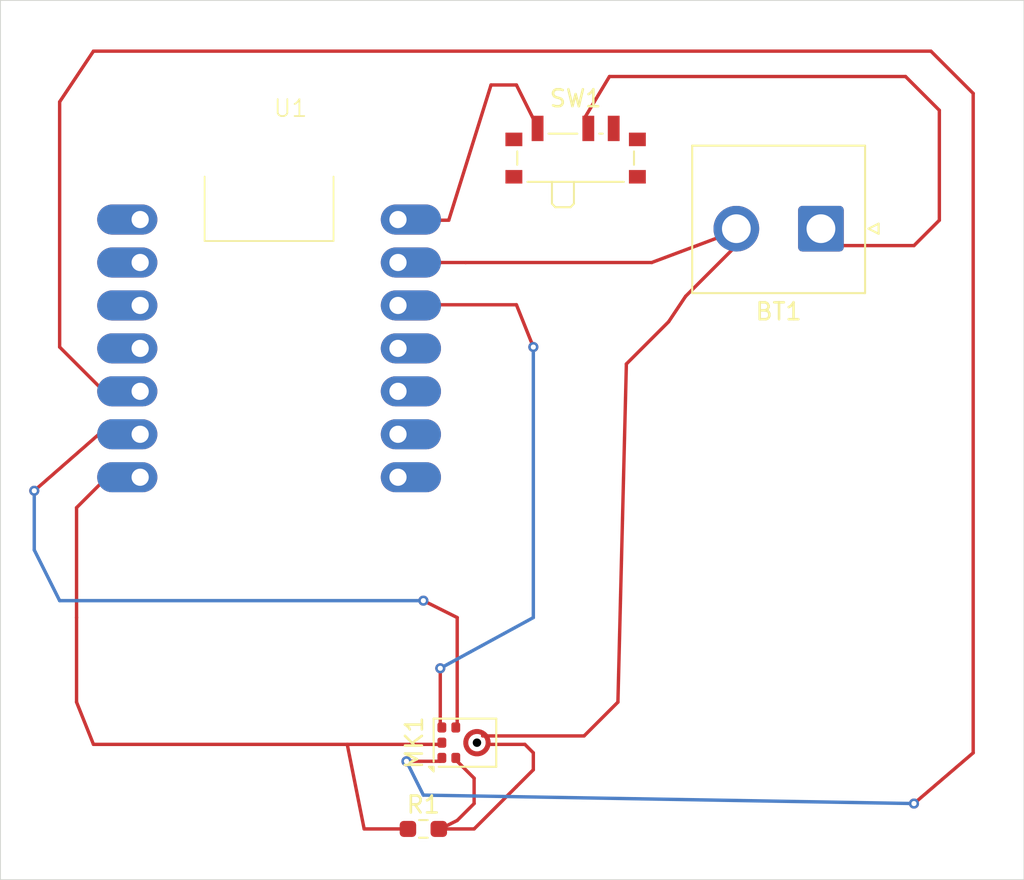
<source format=kicad_pcb>
(kicad_pcb (version 20240108) (generator "pcbnew") (generator_version "8.0")
  (layers (0 "F.Cu" signal) (31 "B.Cu" signal) (34 "B.Paste" user) (35 "F.Paste" user) (36 "B.SilkS" user "B.Silkscreen") (37 "F.SilkS" user "F.Silkscreen") (38 "B.Mask" user) (39 "F.Mask" user) (44 "Edge.Cuts" user))
  (net 0 "")
  (net 1 "Net-(MK1-VDD)")
  (net 2 "Net-(MK1-WS)")
  (net 3 "Net-(MK1-DATA)")
  (net 4 "Net-(MK1-BCLK)")
  (net 5 "GND")
  (net 6 "Net-(SW1-A)")
  (net 8 "Net-(BT1-+)")
  (footprint "SeeedXiao:XIAO_ESP32_SENSE" (layer "F.Cu") (at 96.88 83.58)
    (property "Reference" "U1" (at 1.27 -14.2 0) (layer "F.SilkS") (effects (font (thickness 0.1))))
    (property "Value" "~")
    (fp_line (start -3.81 -10.16) (end -3.81 -6.35) (stroke (width 0.1)) (layer "F.SilkS"))
    (fp_line (start -3.81 -6.35) (end 3.81 -6.35) (stroke (width 0.1)) (layer "F.SilkS"))
    (fp_line (start 3.81 -6.35) (end 3.81 -10.16) (stroke (width 0.1)) (layer "F.SilkS"))
    (pad "1" thru_hole oval (at -7.62 -7.62) (size 3.556 1.778) (drill 1.016 (offset -0.762 0)) (layers "*.Cu" "*.Mask"))
    (pad "2" thru_hole oval (at -7.62 -5.08) (size 3.556 1.778) (drill 1.016 (offset -0.762 0)) (layers "*.Cu" "*.Mask"))
    (pad "3" thru_hole oval (at -7.62 -2.54) (size 3.556 1.778) (drill 1.016 (offset -0.762 0)) (layers "*.Cu" "*.Mask"))
    (pad "4" thru_hole oval (at -7.62 0) (size 3.556 1.778) (drill 1.016 (offset -0.762 0)) (layers "*.Cu" "*.Mask"))
    (pad "5" thru_hole oval (at -7.62 2.54) (size 3.556 1.778) (drill 1.016 (offset -0.762 0)) (layers "*.Cu" "*.Mask") (net 2 "Net-(MK1-WS)"))
    (pad "6" thru_hole oval (at -7.62 5.08) (size 3.556 1.778) (drill 1.016 (offset -0.762 0)) (layers "*.Cu" "*.Mask") (net 4 "Net-(MK1-BCLK)"))
    (pad "7" thru_hole oval (at -7.62 7.62) (size 3.556 1.778) (drill 1.016 (offset -0.762 0)) (layers "*.Cu" "*.Mask") (net 3 "Net-(MK1-DATA)"))
    (pad "8" thru_hole oval (at 7.62 -7.62) (size 3.556 1.778) (drill 1.016 (offset 0.762 0)) (layers "*.Cu" "*.Mask") (net 6 "Net-(SW1-A)"))
    (pad "9" thru_hole oval (at 7.62 -5.08) (size 3.556 1.778) (drill 1.016 (offset 0.762 0)) (layers "*.Cu" "*.Mask") (net 5 "GND"))
    (pad "10" thru_hole oval (at 7.62 -2.54) (size 3.556 1.778) (drill 1.016 (offset 0.762 0)) (layers "*.Cu" "*.Mask") (net 1 "Net-(MK1-VDD)"))
    (pad "11" thru_hole oval (at 7.62 0) (size 3.556 1.778) (drill 1.016 (offset 0.762 0)) (layers "*.Cu" "*.Mask"))
    (pad "12" thru_hole oval (at 7.62 2.54) (size 3.556 1.778) (drill 1.016 (offset 0.762 0)) (layers "*.Cu" "*.Mask"))
    (pad "13" thru_hole oval (at 7.62 5.08) (size 3.556 1.778) (drill 1.016 (offset 0.762 0)) (layers "*.Cu" "*.Mask"))
    (pad "14" thru_hole oval (at 7.62 7.62) (size 3.556 1.778) (drill 1.016 (offset 0.762 0)) (layers "*.Cu" "*.Mask"))
  )
  (footprint "Button_Switch_SMD:SW_SPDT_PCM12" (layer "F.Cu") (at 115 72)
    (property "Reference" "SW1" (at 0 -3.2 0) (layer "F.SilkS"))
    (property "Value" "SW_SPDT")
    (fp_line (start -3.45 -0.07) (end -3.45 0.72) (stroke (width 0.12)) (layer "F.SilkS"))
    (fp_line (start -2.85 1.73) (end 2.85 1.73) (stroke (width 0.12)) (layer "F.SilkS"))
    (fp_line (start -1.6 -1.12) (end 0.1 -1.12) (stroke (width 0.12)) (layer "F.SilkS"))
    (fp_line (start -1.4 1.73) (end -1.4 3.02) (stroke (width 0.12)) (layer "F.SilkS"))
    (fp_line (start -1.4 3.02) (end -1.2 3.23) (stroke (width 0.12)) (layer "F.SilkS"))
    (fp_line (start -1.2 3.23) (end -0.3 3.23) (stroke (width 0.12)) (layer "F.SilkS"))
    (fp_line (start -0.1 3.02) (end -0.3 3.23) (stroke (width 0.12)) (layer "F.SilkS"))
    (fp_line (start -0.1 3.02) (end -0.1 1.73) (stroke (width 0.12)) (layer "F.SilkS"))
    (fp_line (start 1.4 -1.12) (end 1.6 -1.12) (stroke (width 0.12)) (layer "F.SilkS"))
    (fp_line (start 3.45 0.72) (end 3.45 -0.07) (stroke (width 0.12)) (layer "F.SilkS"))
    (pad "" smd rect (at -3.65 -0.78) (size 1 0.8) (layers "F.Cu" "F.Paste" "F.Mask"))
    (pad "" smd rect (at -3.65 1.43) (size 1 0.8) (layers "F.Cu" "F.Paste" "F.Mask"))
    (pad "" np_thru_hole circle (at -1.5 0.33) (size 0.9 0.9) (drill 0.9) (layers "*.Cu" "*.Mask"))
    (pad "" np_thru_hole circle (at 1.5 0.33) (size 0.9 0.9) (drill 0.9) (layers "*.Cu" "*.Mask"))
    (pad "" smd rect (at 3.65 -0.78) (size 1 0.8) (layers "F.Cu" "F.Paste" "F.Mask"))
    (pad "" smd rect (at 3.65 1.43) (size 1 0.8) (layers "F.Cu" "F.Paste" "F.Mask"))
    (pad "1" smd rect (at -2.25 -1.43) (size 0.7 1.5) (layers "F.Cu" "F.Paste" "F.Mask") (net 6 "Net-(SW1-A)"))
    (pad "2" smd rect (at 0.75 -1.43) (size 0.7 1.5) (layers "F.Cu" "F.Paste" "F.Mask") (net 8 "Net-(BT1-+)"))
    (pad "3" smd rect (at 2.25 -1.43) (size 0.7 1.5) (layers "F.Cu" "F.Paste" "F.Mask"))
  )
  (footprint "Connector_JST:JST_NV_B02P-NV_1x02_P5.00mm_Vertical" (layer "F.Cu") (at 129.5 76.5 180)
    (property "Reference" "BT1" (at 2.5 -4.9 0) (layer "F.SilkS"))
    (property "Value" "Battery_Cell")
    (fp_line (start 7.61 4.91) (end 7.61 -3.81) (stroke (width 0.12)) (layer "F.SilkS"))
    (fp_line (start 7.61 -3.81) (end -2.61 -3.81) (stroke (width 0.12)) (layer "F.SilkS"))
    (fp_line (start -2.61 4.91) (end 7.61 4.91) (stroke (width 0.12)) (layer "F.SilkS"))
    (fp_line (start -2.61 -3.81) (end -2.61 4.91) (stroke (width 0.12)) (layer "F.SilkS"))
    (fp_line (start -2.81 0) (end -3.41 0.3) (stroke (width 0.12)) (layer "F.SilkS"))
    (fp_line (start -3.41 0.3) (end -3.41 -0.3) (stroke (width 0.12)) (layer "F.SilkS"))
    (fp_line (start -3.41 -0.3) (end -2.81 0) (stroke (width 0.12)) (layer "F.SilkS"))
    (pad "1" thru_hole roundrect (at 0 0 180) (size 2.7 2.7) (drill 1.7) (layers "*.Cu" "*.Mask") (roundrect_rratio 0.092593) (net 8 "Net-(BT1-+)"))
    (pad "2" thru_hole circle (at 5 0 180) (size 2.7 2.7) (drill 1.7) (layers "*.Cu" "*.Mask") (net 5 "GND"))
  )
  (footprint "Resistor_SMD:R_0603_1608Metric_Pad0.98x0.95mm_HandSolder" (layer "F.Cu") (at 106 112)
    (property "Reference" "R1" (at 0 -1.43 0) (layer "F.SilkS"))
    (property "Value" "R")
    (fp_line (start -0.254724 -0.5225) (end 0.254724 -0.5225) (stroke (width 0.12)) (layer "F.SilkS"))
    (fp_line (start -0.254724 0.5225) (end 0.254724 0.5225) (stroke (width 0.12)) (layer "F.SilkS"))
    (pad "1" smd roundrect (at -0.9125 0) (size 0.975 0.95) (layers "F.Cu" "F.Paste" "F.Mask") (net 3 "Net-(MK1-DATA)"))
    (pad "2" smd roundrect (at 0.9125 0) (size 0.975 0.95) (layers "F.Cu" "F.Paste" "F.Mask") (net 5 "GND"))
  )
  (footprint "Sensor_Audio:Knowles_SPH0645LM4H-6_3.5x2.65mm" (layer "F.Cu") (at 108.458 106.9 90)
    (property "Reference" "MK1" (at 0 -3 90) (layer "F.SilkS"))
    (property "Value" "SPH0645LM4H")
    (fp_line (start 1.425 -1.85) (end 1.425 1.85) (stroke (width 0.12)) (layer "F.SilkS"))
    (fp_line (start -1.125 -1.85) (end 1.425 -1.85) (stroke (width 0.12)) (layer "F.SilkS"))
    (fp_line (start 1.425 1.85) (end -1.425 1.85) (stroke (width 0.12)) (layer "F.SilkS"))
    (fp_line (start -1.425 1.85) (end -1.425 -1.55) (stroke (width 0.12)) (layer "F.SilkS"))
    (fp_poly (pts (xy -1.425 -1.85) (xy -1.705 -1.85) (xy -1.425 -2.13) (xy -1.425 -1.85)) (stroke (width 0.12)) (fill solid) (layer "F.SilkS"))
    (pad "" np_thru_hole circle (at 0 0.71 90) (size 0.5 0.5) (drill 0.5) (layers "*.Mask"))
    (pad "1" smd roundrect (at -0.9 -1.364 90) (size 0.6 0.522) (layers "F.Cu" "F.Paste" "F.Mask") (net 2 "Net-(MK1-WS)"))
    (pad "2" smd roundrect (at -0.9 -0.542 90) (size 0.6 0.522) (layers "F.Cu" "F.Paste" "F.Mask") (net 5 "GND"))
    (pad "3" smd custom (at 0.662 0.71 180) (size 0.3 0.3) (layers "F.Cu" "F.Mask") (net 5 "GND") (options (clearance outline) (anchor circle)) (primitives (gr_circle (center 0 -0.662) (end 0.662 -0.662) (width 0.3) (fill no))))
    (pad "4" smd roundrect (at 0.9 -0.542 90) (size 0.6 0.522) (layers "F.Cu" "F.Paste" "F.Mask") (net 4 "Net-(MK1-BCLK)"))
    (pad "5" smd roundrect (at 0.9 -1.364 90) (size 0.6 0.522) (layers "F.Cu" "F.Paste" "F.Mask") (net 1 "Net-(MK1-VDD)"))
    (pad "6" smd roundrect (at 0 -1.364 90) (size 0.6 0.522) (layers "F.Cu" "F.Paste" "F.Mask") (net 3 "Net-(MK1-DATA)"))
  )
  (gr_line (start 115.5 70) (end 117 67.5) (stroke (width 0.2)) (layer "F.Cu") (net 8))
  (gr_line (start 138.5 68.5) (end 136 66) (stroke (width 0.2)) (layer "F.Cu") (net 2))
  (gr_line (start 107 106) (end 107 102.5) (stroke (width 0.2)) (layer "F.Cu") (net 1))
  (gr_line (start 108.5 78.5) (end 119.5 78.5) (stroke (width 0.2)) (layer "F.Cu") (net 5))
  (gr_line (start 135 77.5) (end 136.5 76) (stroke (width 0.2)) (layer "F.Cu") (net 8))
  (gr_line (start 108 99.5) (end 108 106) (stroke (width 0.2)) (layer "F.Cu") (net 4))
  (gr_line (start 115.5 106.5) (end 117.5 104.5) (stroke (width 0.2)) (layer "F.Cu") (net 5))
  (gr_line (start 135 77.5) (end 130.5 77.5) (stroke (width 0.2)) (layer "F.Cu") (net 8))
  (gr_line (start 111.5 109.5) (end 112.5 108.5) (stroke (width 0.2)) (layer "F.Cu") (net 5))
  (gr_line (start 112.5 108.5) (end 112.5 107.5) (stroke (width 0.2)) (layer "F.Cu") (net 5))
  (gr_line (start 107.5 76) (end 106.5 76) (stroke (width 0.2)) (layer "F.Cu") (net 6))
  (gr_line (start 83 92) (end 87 88.5) (stroke (width 0.2)) (layer "F.Cu") (net 4))
  (gr_line (start 134.5 67.5) (end 136.5 69.5) (stroke (width 0.2)) (layer "F.Cu") (net 8))
  (gr_line (start 119.5 78.5) (end 123.5 77) (stroke (width 0.2)) (layer "F.Cu") (net 5))
  (gr_line (start 110 68) (end 107.5 76) (stroke (width 0.2)) (layer "F.Cu") (net 6))
  (gr_line (start 109 112) (end 107 112) (stroke (width 0.2)) (layer "F.Cu") (net 5))
  (gr_line (start 120.5 82) (end 121.5 80.5) (stroke (width 0.2)) (layer "F.Cu") (net 5))
  (gr_line (start 117 67.5) (end 134.5 67.5) (stroke (width 0.2)) (layer "F.Cu") (net 8))
  (gr_line (start 85.5 93) (end 87 91.5) (stroke (width 0.2)) (layer "F.Cu") (net 3))
  (gr_line (start 112.5 83.5) (end 111.5 81) (stroke (width 0.2)) (layer "F.Cu") (net 1))
  (gr_line (start 108.5 78.5) (end 105.5 78.5) (stroke (width 0.2)) (layer "F.Cu") (net 5))
  (gr_line (start 105 108) (end 107 108) (stroke (width 0.2)) (layer "F.Cu") (net 2))
  (gr_line (start 102.5 112) (end 101.5 107) (stroke (width 0.2)) (layer "F.Cu") (net 3))
  (gr_line (start 84.5 69) (end 86.5 66) (stroke (width 0.2)) (layer "F.Cu") (net 2))
  (gr_line (start 136 66) (end 86.5 66) (stroke (width 0.2)) (layer "F.Cu") (net 2))
  (gr_line (start 109 110.5) (end 108 111.5) (stroke (width 0.2)) (layer "F.Cu") (net 5))
  (gr_line (start 85.5 99.5) (end 85.5 93) (stroke (width 0.2)) (layer "F.Cu") (net 3))
  (gr_line (start 86.5 107) (end 107 107) (stroke (width 0.2)) (layer "F.Cu") (net 3))
  (gr_line (start 121.5 80.5) (end 124.5 77.5) (stroke (width 0.2)) (layer "F.Cu") (net 5))
  (gr_line (start 118 84.5) (end 120.5 82) (stroke (width 0.2)) (layer "F.Cu") (net 5))
  (gr_line (start 108 108) (end 109 109) (stroke (width 0.2)) (layer "F.Cu") (net 5))
  (gr_line (start 112.5 70) (end 111.5 68) (stroke (width 0.2)) (layer "F.Cu") (net 6))
  (gr_line (start 108 111.5) (end 107 112) (stroke (width 0.2)) (layer "F.Cu") (net 5))
  (gr_line (start 112.5 107.5) (end 112 107) (stroke (width 0.2)) (layer "F.Cu") (net 5))
  (gr_line (start 85.5 99.5) (end 85.5 104.5) (stroke (width 0.2)) (layer "F.Cu") (net 3))
  (gr_line (start 111.5 109.5) (end 109 112) (stroke (width 0.2)) (layer "F.Cu") (net 5))
  (gr_line (start 102.5 112) (end 105 112) (stroke (width 0.2)) (layer "F.Cu") (net 3))
  (gr_line (start 107 81) (end 111.5 81) (stroke (width 0.2)) (layer "F.Cu") (net 1))
  (gr_line (start 135 110.5) (end 138.5 107.5) (stroke (width 0.2)) (layer "F.Cu") (net 2))
  (gr_line (start 109 109) (end 109 110.5) (stroke (width 0.2)) (layer "F.Cu") (net 5))
  (gr_line (start 86.5 107) (end 85.5 104.5) (stroke (width 0.2)) (layer "F.Cu") (net 3))
  (gr_line (start 84.5 83.5) (end 87 86) (stroke (width 0.2)) (layer "F.Cu") (net 2))
  (gr_line (start 109.5 106.5) (end 115.5 106.5) (stroke (width 0.2)) (layer "F.Cu") (net 5))
  (gr_line (start 108 99.5) (end 106 98.5) (stroke (width 0.2)) (layer "F.Cu") (net 4))
  (gr_line (start 118 84.5) (end 117.5 104.5) (stroke (width 0.2)) (layer "F.Cu") (net 5))
  (gr_line (start 111.5 68) (end 110 68) (stroke (width 0.2)) (layer "F.Cu") (net 6))
  (gr_line (start 84.5 69) (end 84.5 83.5) (stroke (width 0.2)) (layer "F.Cu") (net 2))
  (gr_line (start 112 107) (end 110 107) (stroke (width 0.2)) (layer "F.Cu") (net 5))
  (gr_line (start 136.5 69.5) (end 136.5 76) (stroke (width 0.2)) (layer "F.Cu") (net 8))
  (gr_line (start 138.5 107.5) (end 138.5 68.5) (stroke (width 0.2)) (layer "F.Cu") (net 2))
  (gr_line (start 112.5 99.5) (end 112.5 83.5) (stroke (width 0.2)) (layer "B.Cu") (net 1))
  (gr_line (start 106 110) (end 135 110.5) (stroke (width 0.2)) (layer "B.Cu") (net 2))
  (gr_line (start 107 102.5) (end 112.5 99.5) (stroke (width 0.2)) (layer "B.Cu") (net 1))
  (gr_line (start 83 95.5) (end 83 92) (stroke (width 0.2)) (layer "B.Cu") (net 4))
  (gr_line (start 106 98.5) (end 84.5 98.5) (stroke (width 0.2)) (layer "B.Cu") (net 4))
  (gr_line (start 84.5 98.5) (end 83 95.5) (stroke (width 0.2)) (layer "B.Cu") (net 4))
  (gr_line (start 105 108) (end 106 110) (stroke (width 0.2)) (layer "B.Cu") (net 2))
  (gr_rect (start 81 63) (end 141.5 115) (stroke (width 0.05)) (fill none) (layer "Edge.Cuts"))
  (via (at 107 102.5) (size 0.6) (drill 0.3) (layers "F.Cu" "B.Cu") (net 1))
  (via (at 112.5 83.5) (size 0.6) (drill 0.3) (layers "F.Cu" "B.Cu") (net 1))
  (via (at 105 108) (size 0.6) (drill 0.3) (layers "F.Cu" "B.Cu") (net 2))
  (via (at 135 110.5) (size 0.6) (drill 0.3) (layers "F.Cu" "B.Cu") (net 2))
  (via (at 83 92) (size 0.6) (drill 0.3) (layers "F.Cu" "B.Cu") (net 4))
  (via (at 106 98.5) (size 0.6) (drill 0.3) (layers "F.Cu" "B.Cu") (net 4))
)
</source>
